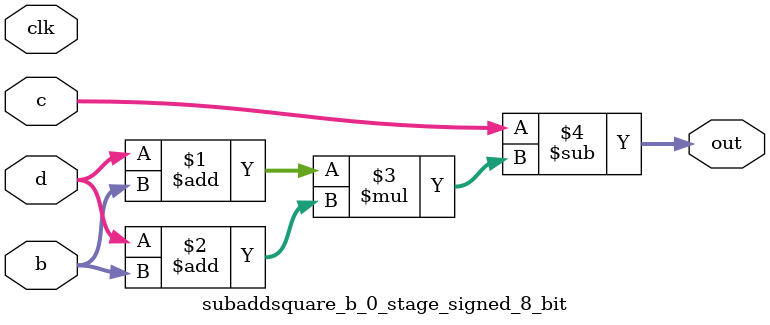
<source format=sv>
(* use_dsp = "yes" *) module subaddsquare_b_0_stage_signed_8_bit(
	input signed [7:0] b,
	input signed [7:0] c,
	input signed [7:0] d,
	output [7:0] out,
	input clk);

	assign out = c - ((d + b) * (d + b));
endmodule

</source>
